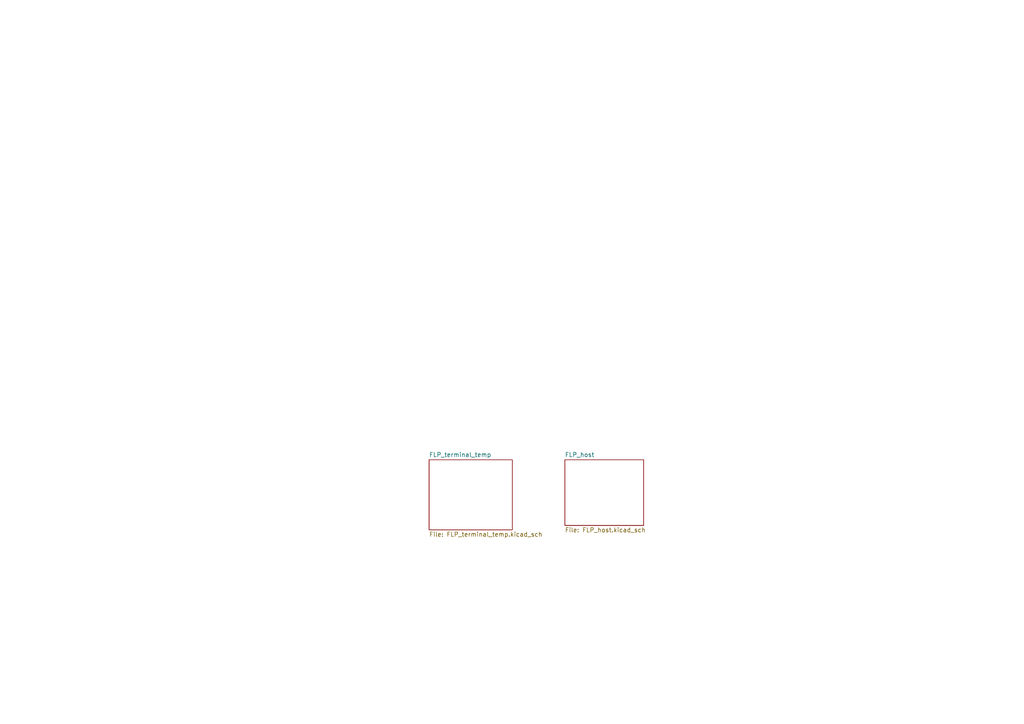
<source format=kicad_sch>
(kicad_sch
	(version 20250114)
	(generator "eeschema")
	(generator_version "9.0")
	(uuid "3f8c5218-62bd-4afc-a38b-629e4a961e52")
	(paper "A4")
	(lib_symbols)
	(sheet
		(at 163.83 133.35)
		(size 22.86 19.05)
		(exclude_from_sim no)
		(in_bom yes)
		(on_board yes)
		(dnp no)
		(fields_autoplaced yes)
		(stroke
			(width 0.1524)
			(type solid)
		)
		(fill
			(color 0 0 0 0.0000)
		)
		(uuid "3028588a-b9cc-4609-a7ce-985f9df6b777")
		(property "Sheetname" "FLP_host"
			(at 163.83 132.6384 0)
			(effects
				(font
					(size 1.27 1.27)
				)
				(justify left bottom)
			)
		)
		(property "Sheetfile" "FLP_host.kicad_sch"
			(at 163.83 152.9846 0)
			(effects
				(font
					(size 1.27 1.27)
				)
				(justify left top)
			)
		)
		(instances
			(project "FLP_PCB_set"
				(path "/3f8c5218-62bd-4afc-a38b-629e4a961e52"
					(page "2")
				)
			)
		)
	)
	(sheet
		(at 124.46 133.35)
		(size 24.13 20.32)
		(exclude_from_sim no)
		(in_bom yes)
		(on_board yes)
		(dnp no)
		(fields_autoplaced yes)
		(stroke
			(width 0.1524)
			(type solid)
		)
		(fill
			(color 0 0 0 0.0000)
		)
		(uuid "cb21122d-83f9-4f10-9012-eb16f816aa97")
		(property "Sheetname" "FLP_terminal_temp"
			(at 124.46 132.6384 0)
			(effects
				(font
					(size 1.27 1.27)
				)
				(justify left bottom)
			)
		)
		(property "Sheetfile" "FLP_terminal_temp.kicad_sch"
			(at 124.46 154.2546 0)
			(effects
				(font
					(size 1.27 1.27)
				)
				(justify left top)
			)
		)
		(instances
			(project "FLP_PCB_set"
				(path "/3f8c5218-62bd-4afc-a38b-629e4a961e52"
					(page "3")
				)
			)
		)
	)
	(sheet_instances
		(path "/"
			(page "1")
		)
	)
	(embedded_fonts no)
)

</source>
